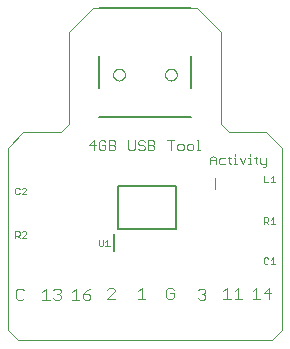
<source format=gto>
G75*
%MOIN*%
%OFA0B0*%
%FSLAX25Y25*%
%IPPOS*%
%LPD*%
%AMOC8*
5,1,8,0,0,1.08239X$1,22.5*
%
%ADD10C,0.00300*%
%ADD11C,0.00400*%
%ADD12C,0.00787*%
%ADD13C,0.00200*%
%ADD14C,0.00500*%
%ADD15C,0.00000*%
D10*
X0010031Y0020302D02*
X0011265Y0020302D01*
X0011882Y0020919D01*
X0010031Y0020302D02*
X0009413Y0020919D01*
X0009413Y0023388D01*
X0010031Y0024005D01*
X0011265Y0024005D01*
X0011882Y0023388D01*
X0018063Y0022771D02*
X0019298Y0024005D01*
X0019298Y0020302D01*
X0020532Y0020302D02*
X0018063Y0020302D01*
X0021747Y0020919D02*
X0022364Y0020302D01*
X0023598Y0020302D01*
X0024215Y0020919D01*
X0024215Y0021537D01*
X0023598Y0022154D01*
X0022981Y0022154D01*
X0023598Y0022154D02*
X0024215Y0022771D01*
X0024215Y0023388D01*
X0023598Y0024005D01*
X0022364Y0024005D01*
X0021747Y0023388D01*
X0027913Y0022771D02*
X0029148Y0024005D01*
X0029148Y0020302D01*
X0030382Y0020302D02*
X0027913Y0020302D01*
X0031597Y0020919D02*
X0032214Y0020302D01*
X0033448Y0020302D01*
X0034065Y0020919D01*
X0034065Y0021537D01*
X0033448Y0022154D01*
X0031597Y0022154D01*
X0031597Y0020919D01*
X0031597Y0022154D02*
X0032831Y0023388D01*
X0034065Y0024005D01*
X0039663Y0023638D02*
X0040281Y0024255D01*
X0041515Y0024255D01*
X0042132Y0023638D01*
X0042132Y0023021D01*
X0039663Y0020552D01*
X0042132Y0020552D01*
X0049913Y0020552D02*
X0052382Y0020552D01*
X0051148Y0020552D02*
X0051148Y0024255D01*
X0049913Y0023021D01*
X0059413Y0023638D02*
X0059413Y0021169D01*
X0060031Y0020552D01*
X0061265Y0020552D01*
X0061882Y0021169D01*
X0061882Y0022404D01*
X0060648Y0022404D01*
X0061882Y0023638D02*
X0061265Y0024255D01*
X0060031Y0024255D01*
X0059413Y0023638D01*
X0069913Y0023388D02*
X0070531Y0024005D01*
X0071765Y0024005D01*
X0072382Y0023388D01*
X0072382Y0022771D01*
X0071765Y0022154D01*
X0072382Y0021537D01*
X0072382Y0020919D01*
X0071765Y0020302D01*
X0070531Y0020302D01*
X0069913Y0020919D01*
X0071148Y0022154D02*
X0071765Y0022154D01*
X0078413Y0023021D02*
X0079648Y0024255D01*
X0079648Y0020552D01*
X0080882Y0020552D02*
X0078413Y0020552D01*
X0082097Y0020552D02*
X0084565Y0020552D01*
X0083331Y0020552D02*
X0083331Y0024255D01*
X0082097Y0023021D01*
X0088163Y0023021D02*
X0089398Y0024255D01*
X0089398Y0020552D01*
X0090632Y0020552D02*
X0088163Y0020552D01*
X0091847Y0022404D02*
X0094315Y0022404D01*
X0093698Y0024255D02*
X0091847Y0022404D01*
X0093698Y0024255D02*
X0093698Y0020552D01*
X0075549Y0057269D02*
X0075549Y0060972D01*
X0075907Y0065422D02*
X0075907Y0067357D01*
X0074940Y0068324D01*
X0073972Y0067357D01*
X0073972Y0065422D01*
X0073972Y0066873D02*
X0075907Y0066873D01*
X0076919Y0066873D02*
X0077402Y0067357D01*
X0078854Y0067357D01*
X0079865Y0067357D02*
X0080833Y0067357D01*
X0080349Y0067840D02*
X0080349Y0065905D01*
X0080833Y0065422D01*
X0081830Y0065422D02*
X0082797Y0065422D01*
X0082313Y0065422D02*
X0082313Y0067357D01*
X0081830Y0067357D01*
X0082313Y0068324D02*
X0082313Y0068808D01*
X0083794Y0067357D02*
X0084761Y0065422D01*
X0085729Y0067357D01*
X0086740Y0067357D02*
X0087224Y0067357D01*
X0087224Y0065422D01*
X0086740Y0065422D02*
X0087708Y0065422D01*
X0089189Y0065905D02*
X0089672Y0065422D01*
X0089189Y0065905D02*
X0089189Y0067840D01*
X0088705Y0067357D02*
X0089672Y0067357D01*
X0090669Y0067357D02*
X0090669Y0065905D01*
X0091153Y0065422D01*
X0092604Y0065422D01*
X0092604Y0064938D02*
X0092120Y0064454D01*
X0091637Y0064454D01*
X0092604Y0064938D02*
X0092604Y0067357D01*
X0087224Y0068324D02*
X0087224Y0068808D01*
X0078854Y0065422D02*
X0077402Y0065422D01*
X0076919Y0065905D01*
X0076919Y0066873D01*
X0070605Y0070129D02*
X0069523Y0070129D01*
X0070064Y0070129D02*
X0070064Y0073375D01*
X0069523Y0073375D01*
X0068425Y0071752D02*
X0067884Y0072293D01*
X0066802Y0072293D01*
X0066261Y0071752D01*
X0066261Y0070670D01*
X0066802Y0070129D01*
X0067884Y0070129D01*
X0068425Y0070670D01*
X0068425Y0071752D01*
X0065162Y0071752D02*
X0064621Y0072293D01*
X0063539Y0072293D01*
X0062998Y0071752D01*
X0062998Y0070670D01*
X0063539Y0070129D01*
X0064621Y0070129D01*
X0065162Y0070670D01*
X0065162Y0071752D01*
X0061899Y0073375D02*
X0059735Y0073375D01*
X0060817Y0073375D02*
X0060817Y0070129D01*
X0055374Y0070670D02*
X0054833Y0070129D01*
X0053210Y0070129D01*
X0053210Y0073375D01*
X0054833Y0073375D01*
X0055374Y0072834D01*
X0055374Y0072293D01*
X0054833Y0071752D01*
X0053210Y0071752D01*
X0052112Y0071211D02*
X0052112Y0070670D01*
X0051571Y0070129D01*
X0050489Y0070129D01*
X0049948Y0070670D01*
X0048849Y0070670D02*
X0048849Y0073375D01*
X0049948Y0072834D02*
X0049948Y0072293D01*
X0050489Y0071752D01*
X0051571Y0071752D01*
X0052112Y0071211D01*
X0052112Y0072834D02*
X0051571Y0073375D01*
X0050489Y0073375D01*
X0049948Y0072834D01*
X0048849Y0070670D02*
X0048308Y0070129D01*
X0047226Y0070129D01*
X0046685Y0070670D01*
X0046685Y0073375D01*
X0042324Y0072834D02*
X0042324Y0072293D01*
X0041783Y0071752D01*
X0040160Y0071752D01*
X0039061Y0071752D02*
X0037979Y0071752D01*
X0039061Y0071752D02*
X0039061Y0070670D01*
X0038520Y0070129D01*
X0037438Y0070129D01*
X0036897Y0070670D01*
X0036897Y0072834D01*
X0037438Y0073375D01*
X0038520Y0073375D01*
X0039061Y0072834D01*
X0040160Y0073375D02*
X0041783Y0073375D01*
X0042324Y0072834D01*
X0041783Y0071752D02*
X0042324Y0071211D01*
X0042324Y0070670D01*
X0041783Y0070129D01*
X0040160Y0070129D01*
X0040160Y0073375D01*
X0035798Y0071752D02*
X0033634Y0071752D01*
X0035257Y0073375D01*
X0035257Y0070129D01*
X0054833Y0071752D02*
X0055374Y0071211D01*
X0055374Y0070670D01*
D11*
X0094741Y0006829D02*
X0009764Y0006829D01*
X0006431Y0010162D01*
X0006431Y0070788D01*
X0011754Y0076111D01*
X0024198Y0076111D01*
X0026920Y0078832D01*
X0026920Y0109502D01*
X0034797Y0117382D01*
X0069708Y0117382D01*
X0077586Y0109504D01*
X0077586Y0078834D01*
X0080307Y0076113D01*
X0092751Y0076113D01*
X0098074Y0070790D01*
X0098074Y0010164D01*
X0094741Y0006829D01*
D12*
X0062490Y0043697D02*
X0043198Y0043697D01*
X0043198Y0058142D01*
X0062490Y0058142D01*
X0062490Y0043697D01*
X0041860Y0042319D02*
X0041860Y0036414D01*
D13*
X0040470Y0038044D02*
X0039002Y0038044D01*
X0039736Y0038044D02*
X0039736Y0040246D01*
X0039002Y0039512D01*
X0038260Y0040246D02*
X0038260Y0038411D01*
X0037893Y0038044D01*
X0037159Y0038044D01*
X0036792Y0038411D01*
X0036792Y0040246D01*
X0012659Y0040851D02*
X0011191Y0040851D01*
X0012659Y0042319D01*
X0012659Y0042686D01*
X0012292Y0043053D01*
X0011558Y0043053D01*
X0011191Y0042686D01*
X0010449Y0042686D02*
X0010449Y0041952D01*
X0010082Y0041585D01*
X0008981Y0041585D01*
X0008981Y0040851D02*
X0008981Y0043053D01*
X0010082Y0043053D01*
X0010449Y0042686D01*
X0009715Y0041585D02*
X0010449Y0040851D01*
X0010082Y0055362D02*
X0010449Y0055729D01*
X0010082Y0055362D02*
X0009348Y0055362D01*
X0008981Y0055729D01*
X0008981Y0057197D01*
X0009348Y0057564D01*
X0010082Y0057564D01*
X0010449Y0057197D01*
X0011191Y0057197D02*
X0011558Y0057564D01*
X0012292Y0057564D01*
X0012659Y0057197D01*
X0012659Y0056830D01*
X0011191Y0055362D01*
X0012659Y0055362D01*
X0091945Y0059388D02*
X0093413Y0059388D01*
X0094155Y0059388D02*
X0095623Y0059388D01*
X0094889Y0059388D02*
X0094889Y0061590D01*
X0094155Y0060856D01*
X0091945Y0061590D02*
X0091945Y0059388D01*
X0091945Y0047728D02*
X0093046Y0047728D01*
X0093413Y0047361D01*
X0093413Y0046627D01*
X0093046Y0046260D01*
X0091945Y0046260D01*
X0091945Y0045526D02*
X0091945Y0047728D01*
X0092679Y0046260D02*
X0093413Y0045526D01*
X0094155Y0045526D02*
X0095623Y0045526D01*
X0094889Y0045526D02*
X0094889Y0047728D01*
X0094155Y0046994D01*
X0094889Y0034364D02*
X0094155Y0033630D01*
X0093413Y0033997D02*
X0093046Y0034364D01*
X0092312Y0034364D01*
X0091945Y0033997D01*
X0091945Y0032529D01*
X0092312Y0032162D01*
X0093046Y0032162D01*
X0093413Y0032529D01*
X0094155Y0032162D02*
X0095623Y0032162D01*
X0094889Y0032162D02*
X0094889Y0034364D01*
D14*
X0067607Y0081145D02*
X0036898Y0081145D01*
X0039654Y0081145D02*
X0043985Y0081145D01*
X0036898Y0090988D02*
X0036898Y0101618D01*
X0036898Y0117366D02*
X0067607Y0117366D01*
X0067607Y0101618D02*
X0067607Y0090988D01*
X0064851Y0081145D02*
X0060520Y0081145D01*
D15*
X0058945Y0095318D02*
X0058947Y0095406D01*
X0058953Y0095494D01*
X0058963Y0095582D01*
X0058977Y0095670D01*
X0058994Y0095756D01*
X0059016Y0095842D01*
X0059041Y0095926D01*
X0059071Y0096010D01*
X0059103Y0096092D01*
X0059140Y0096172D01*
X0059180Y0096251D01*
X0059224Y0096328D01*
X0059271Y0096403D01*
X0059321Y0096475D01*
X0059375Y0096546D01*
X0059431Y0096613D01*
X0059491Y0096679D01*
X0059553Y0096741D01*
X0059619Y0096801D01*
X0059686Y0096857D01*
X0059757Y0096911D01*
X0059829Y0096961D01*
X0059904Y0097008D01*
X0059981Y0097052D01*
X0060060Y0097092D01*
X0060140Y0097129D01*
X0060222Y0097161D01*
X0060306Y0097191D01*
X0060390Y0097216D01*
X0060476Y0097238D01*
X0060562Y0097255D01*
X0060650Y0097269D01*
X0060738Y0097279D01*
X0060826Y0097285D01*
X0060914Y0097287D01*
X0061002Y0097285D01*
X0061090Y0097279D01*
X0061178Y0097269D01*
X0061266Y0097255D01*
X0061352Y0097238D01*
X0061438Y0097216D01*
X0061522Y0097191D01*
X0061606Y0097161D01*
X0061688Y0097129D01*
X0061768Y0097092D01*
X0061847Y0097052D01*
X0061924Y0097008D01*
X0061999Y0096961D01*
X0062071Y0096911D01*
X0062142Y0096857D01*
X0062209Y0096801D01*
X0062275Y0096741D01*
X0062337Y0096679D01*
X0062397Y0096613D01*
X0062453Y0096546D01*
X0062507Y0096475D01*
X0062557Y0096403D01*
X0062604Y0096328D01*
X0062648Y0096251D01*
X0062688Y0096172D01*
X0062725Y0096092D01*
X0062757Y0096010D01*
X0062787Y0095926D01*
X0062812Y0095842D01*
X0062834Y0095756D01*
X0062851Y0095670D01*
X0062865Y0095582D01*
X0062875Y0095494D01*
X0062881Y0095406D01*
X0062883Y0095318D01*
X0062881Y0095230D01*
X0062875Y0095142D01*
X0062865Y0095054D01*
X0062851Y0094966D01*
X0062834Y0094880D01*
X0062812Y0094794D01*
X0062787Y0094710D01*
X0062757Y0094626D01*
X0062725Y0094544D01*
X0062688Y0094464D01*
X0062648Y0094385D01*
X0062604Y0094308D01*
X0062557Y0094233D01*
X0062507Y0094161D01*
X0062453Y0094090D01*
X0062397Y0094023D01*
X0062337Y0093957D01*
X0062275Y0093895D01*
X0062209Y0093835D01*
X0062142Y0093779D01*
X0062071Y0093725D01*
X0061999Y0093675D01*
X0061924Y0093628D01*
X0061847Y0093584D01*
X0061768Y0093544D01*
X0061688Y0093507D01*
X0061606Y0093475D01*
X0061522Y0093445D01*
X0061438Y0093420D01*
X0061352Y0093398D01*
X0061266Y0093381D01*
X0061178Y0093367D01*
X0061090Y0093357D01*
X0061002Y0093351D01*
X0060914Y0093349D01*
X0060826Y0093351D01*
X0060738Y0093357D01*
X0060650Y0093367D01*
X0060562Y0093381D01*
X0060476Y0093398D01*
X0060390Y0093420D01*
X0060306Y0093445D01*
X0060222Y0093475D01*
X0060140Y0093507D01*
X0060060Y0093544D01*
X0059981Y0093584D01*
X0059904Y0093628D01*
X0059829Y0093675D01*
X0059757Y0093725D01*
X0059686Y0093779D01*
X0059619Y0093835D01*
X0059553Y0093895D01*
X0059491Y0093957D01*
X0059431Y0094023D01*
X0059375Y0094090D01*
X0059321Y0094161D01*
X0059271Y0094233D01*
X0059224Y0094308D01*
X0059180Y0094385D01*
X0059140Y0094464D01*
X0059103Y0094544D01*
X0059071Y0094626D01*
X0059041Y0094710D01*
X0059016Y0094794D01*
X0058994Y0094880D01*
X0058977Y0094966D01*
X0058963Y0095054D01*
X0058953Y0095142D01*
X0058947Y0095230D01*
X0058945Y0095318D01*
X0041622Y0095318D02*
X0041624Y0095406D01*
X0041630Y0095494D01*
X0041640Y0095582D01*
X0041654Y0095670D01*
X0041671Y0095756D01*
X0041693Y0095842D01*
X0041718Y0095926D01*
X0041748Y0096010D01*
X0041780Y0096092D01*
X0041817Y0096172D01*
X0041857Y0096251D01*
X0041901Y0096328D01*
X0041948Y0096403D01*
X0041998Y0096475D01*
X0042052Y0096546D01*
X0042108Y0096613D01*
X0042168Y0096679D01*
X0042230Y0096741D01*
X0042296Y0096801D01*
X0042363Y0096857D01*
X0042434Y0096911D01*
X0042506Y0096961D01*
X0042581Y0097008D01*
X0042658Y0097052D01*
X0042737Y0097092D01*
X0042817Y0097129D01*
X0042899Y0097161D01*
X0042983Y0097191D01*
X0043067Y0097216D01*
X0043153Y0097238D01*
X0043239Y0097255D01*
X0043327Y0097269D01*
X0043415Y0097279D01*
X0043503Y0097285D01*
X0043591Y0097287D01*
X0043679Y0097285D01*
X0043767Y0097279D01*
X0043855Y0097269D01*
X0043943Y0097255D01*
X0044029Y0097238D01*
X0044115Y0097216D01*
X0044199Y0097191D01*
X0044283Y0097161D01*
X0044365Y0097129D01*
X0044445Y0097092D01*
X0044524Y0097052D01*
X0044601Y0097008D01*
X0044676Y0096961D01*
X0044748Y0096911D01*
X0044819Y0096857D01*
X0044886Y0096801D01*
X0044952Y0096741D01*
X0045014Y0096679D01*
X0045074Y0096613D01*
X0045130Y0096546D01*
X0045184Y0096475D01*
X0045234Y0096403D01*
X0045281Y0096328D01*
X0045325Y0096251D01*
X0045365Y0096172D01*
X0045402Y0096092D01*
X0045434Y0096010D01*
X0045464Y0095926D01*
X0045489Y0095842D01*
X0045511Y0095756D01*
X0045528Y0095670D01*
X0045542Y0095582D01*
X0045552Y0095494D01*
X0045558Y0095406D01*
X0045560Y0095318D01*
X0045558Y0095230D01*
X0045552Y0095142D01*
X0045542Y0095054D01*
X0045528Y0094966D01*
X0045511Y0094880D01*
X0045489Y0094794D01*
X0045464Y0094710D01*
X0045434Y0094626D01*
X0045402Y0094544D01*
X0045365Y0094464D01*
X0045325Y0094385D01*
X0045281Y0094308D01*
X0045234Y0094233D01*
X0045184Y0094161D01*
X0045130Y0094090D01*
X0045074Y0094023D01*
X0045014Y0093957D01*
X0044952Y0093895D01*
X0044886Y0093835D01*
X0044819Y0093779D01*
X0044748Y0093725D01*
X0044676Y0093675D01*
X0044601Y0093628D01*
X0044524Y0093584D01*
X0044445Y0093544D01*
X0044365Y0093507D01*
X0044283Y0093475D01*
X0044199Y0093445D01*
X0044115Y0093420D01*
X0044029Y0093398D01*
X0043943Y0093381D01*
X0043855Y0093367D01*
X0043767Y0093357D01*
X0043679Y0093351D01*
X0043591Y0093349D01*
X0043503Y0093351D01*
X0043415Y0093357D01*
X0043327Y0093367D01*
X0043239Y0093381D01*
X0043153Y0093398D01*
X0043067Y0093420D01*
X0042983Y0093445D01*
X0042899Y0093475D01*
X0042817Y0093507D01*
X0042737Y0093544D01*
X0042658Y0093584D01*
X0042581Y0093628D01*
X0042506Y0093675D01*
X0042434Y0093725D01*
X0042363Y0093779D01*
X0042296Y0093835D01*
X0042230Y0093895D01*
X0042168Y0093957D01*
X0042108Y0094023D01*
X0042052Y0094090D01*
X0041998Y0094161D01*
X0041948Y0094233D01*
X0041901Y0094308D01*
X0041857Y0094385D01*
X0041817Y0094464D01*
X0041780Y0094544D01*
X0041748Y0094626D01*
X0041718Y0094710D01*
X0041693Y0094794D01*
X0041671Y0094880D01*
X0041654Y0094966D01*
X0041640Y0095054D01*
X0041630Y0095142D01*
X0041624Y0095230D01*
X0041622Y0095318D01*
M02*

</source>
